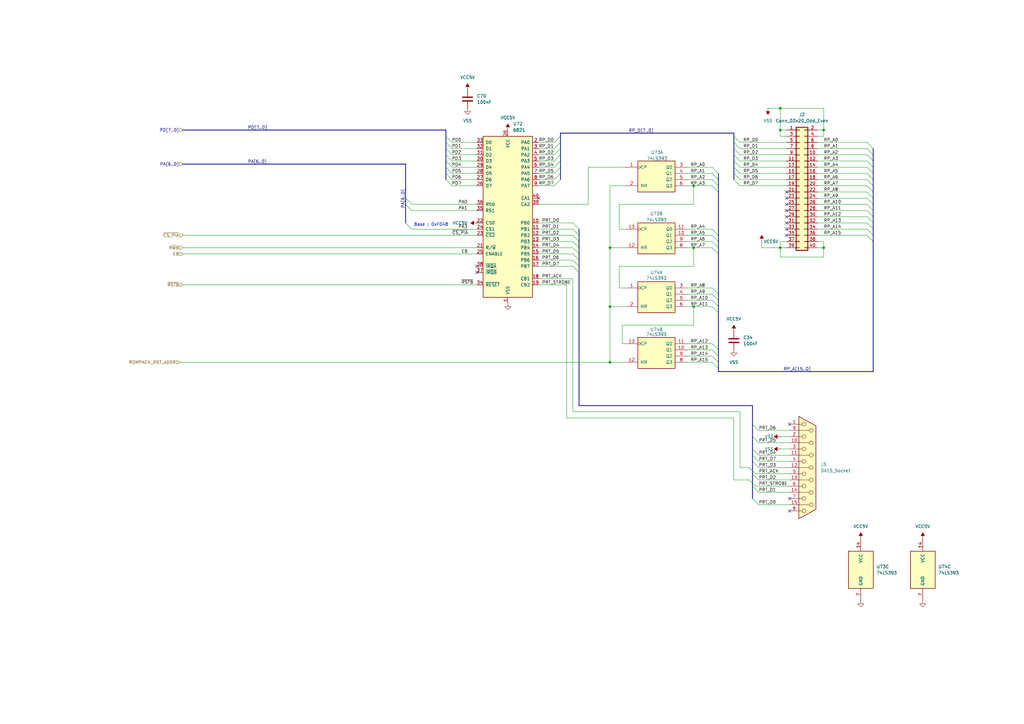
<source format=kicad_sch>
(kicad_sch (version 20250114) (generator "eeschema") (generator_version "9.0")
  (paper "A3")
  (title_block (title "Apollo 7 Squale - ROMPack and Printer ports") (rev "0.1") (comment 1 "http://hxc2001.free.fr/Squale/") (comment 2 "CC-BY Licence (Creative Commons Attribution)") (comment 3 "Drawn by Jean-François DEL NERO"))
  (lib_symbols
    (symbol "74xx:74LS393" (pin_names (offset 1.016))
      (property "Reference" "U" (at -7.62 8.89 0))
      (property "Value" "74LS393" (at -7.62 -8.89 0))
      (symbol "74LS393_1_0"
        (pin input clock (at -12.7 2.54 0) (length 5.08) (name "CP") (number "1"))
        (pin input line (at -12.7 -5.08 0) (length 5.08) (name "MR") (number "2"))
        (pin output line (at 12.7 2.54 180) (length 5.08) (name "Q0") (number "3"))
        (pin output line (at 12.7 0 180) (length 5.08) (name "Q1") (number "4"))
        (pin output line (at 12.7 -2.54 180) (length 5.08) (name "Q2") (number "5"))
        (pin output line (at 12.7 -5.08 180) (length 5.08) (name "Q3") (number "6"))
      )
      (symbol "74LS393_1_1"
        (rectangle (start -7.62 5.08) (end 7.62 -7.62) (stroke (width 0.254)) (fill (type background)))
      )
      (symbol "74LS393_2_0"
        (pin input clock (at -12.7 2.54 0) (length 5.08) (name "CP") (number "13"))
        (pin input line (at -12.7 -5.08 0) (length 5.08) (name "MR") (number "12"))
        (pin output line (at 12.7 2.54 180) (length 5.08) (name "Q0") (number "11"))
        (pin output line (at 12.7 0 180) (length 5.08) (name "Q1") (number "10"))
        (pin output line (at 12.7 -2.54 180) (length 5.08) (name "Q2") (number "9"))
        (pin output line (at 12.7 -5.08 180) (length 5.08) (name "Q3") (number "8"))
      )
      (symbol "74LS393_2_1"
        (rectangle (start -7.62 5.08) (end 7.62 -7.62) (stroke (width 0.254)) (fill (type background)))
      )
      (symbol "74LS393_3_0"
        (pin power_in line (at 0 12.7 270) (length 5.08) (name "VCC") (number "14"))
        (pin power_in line (at 0 -12.7 90) (length 5.08) (name "GND") (number "7"))
      )
      (symbol "74LS393_3_1"
        (rectangle (start -5.08 7.62) (end 5.08 -7.62) (stroke (width 0.254)) (fill (type background)))
      )
    )
    (symbol "Connector:DA15_Socket" (pin_names (offset 1.016) (hide yes))
      (property "Reference" "J" (at 0.508 21.59 0))
      (property "Value" "DA15_Socket" (at 0 -22.225 0))
      (symbol "DA15_Socket_0_1"
        (polyline (pts (xy -3.81 20.955) (xy 3.175 17.145) (xy 3.175 -17.145) (xy -3.81 -20.955) (xy -3.81 20.955)) (stroke (width 0.254)) (fill (type background)))
        (polyline (pts (xy -3.81 17.78) (xy -2.54 17.78)))
        (polyline (pts (xy -3.81 15.24) (xy 0.508 15.24)))
        (polyline (pts (xy -3.81 12.7) (xy -2.54 12.7)))
        (polyline (pts (xy -3.81 10.16) (xy 0.508 10.16)))
        (polyline (pts (xy -3.81 7.62) (xy -2.54 7.62)))
        (polyline (pts (xy -3.81 5.08) (xy 0.508 5.08)))
        (polyline (pts (xy -3.81 2.54) (xy -2.54 2.54)))
        (polyline (pts (xy -3.81 0) (xy 0.508 0)))
        (polyline (pts (xy -3.81 -2.54) (xy -2.54 -2.54)))
        (polyline (pts (xy -3.81 -5.08) (xy 0.508 -5.08)))
        (polyline (pts (xy -3.81 -7.62) (xy -2.54 -7.62)))
        (polyline (pts (xy -3.81 -10.16) (xy 0.508 -10.16)))
        (polyline (pts (xy -3.81 -12.7) (xy -2.54 -12.7)))
        (polyline (pts (xy -3.81 -15.24) (xy 0.508 -15.24)))
        (polyline (pts (xy -3.81 -17.78) (xy -2.54 -17.78)))
        (circle (center -1.778 17.78) (radius 0.762))
        (circle (center -1.778 12.7) (radius 0.762))
        (circle (center -1.778 7.62) (radius 0.762))
        (circle (center -1.778 2.54) (radius 0.762))
        (circle (center -1.778 -2.54) (radius 0.762))
        (circle (center -1.778 -7.62) (radius 0.762))
        (circle (center -1.778 -12.7) (radius 0.762))
        (circle (center -1.778 -17.78) (radius 0.762))
        (circle (center 1.27 15.24) (radius 0.762))
        (circle (center 1.27 10.16) (radius 0.762))
        (circle (center 1.27 5.08) (radius 0.762))
        (circle (center 1.27 0) (radius 0.762))
        (circle (center 1.27 -5.08) (radius 0.762))
        (circle (center 1.27 -10.16) (radius 0.762))
        (circle (center 1.27 -15.24) (radius 0.762))
      )
      (symbol "DA15_Socket_1_1"
        (pin passive line (at -7.62 17.78 0) (length 3.81) (name "1") (number "1"))
        (pin passive line (at -7.62 15.24 0) (length 3.81) (name "P9") (number "9"))
        (pin passive line (at -7.62 12.7 0) (length 3.81) (name "2") (number "2"))
        (pin passive line (at -7.62 10.16 0) (length 3.81) (name "P10") (number "10"))
        (pin passive line (at -7.62 7.62 0) (length 3.81) (name "3") (number "3"))
        (pin passive line (at -7.62 5.08 0) (length 3.81) (name "P111") (number "11"))
        (pin passive line (at -7.62 2.54 0) (length 3.81) (name "4") (number "4"))
        (pin passive line (at -7.62 0 0) (length 3.81) (name "P12") (number "12"))
        (pin passive line (at -7.62 -2.54 0) (length 3.81) (name "5") (number "5"))
        (pin passive line (at -7.62 -5.08 0) (length 3.81) (name "P13") (number "13"))
        (pin passive line (at -7.62 -7.62 0) (length 3.81) (name "6") (number "6"))
        (pin passive line (at -7.62 -10.16 0) (length 3.81) (name "P14") (number "14"))
        (pin passive line (at -7.62 -12.7 0) (length 3.81) (name "7") (number "7"))
        (pin passive line (at -7.62 -15.24 0) (length 3.81) (name "P15") (number "15"))
        (pin passive line (at -7.62 -17.78 0) (length 3.81) (name "8") (number "8"))
      )
    )
    (symbol "Connector_Generic_Shielded:Conn_02x20_Odd_Even_Shielded" (pin_names (offset 1.016) (hide yes))
      (property "Reference" "J2" (at 1.27 29.21 0))
      (property "Value" "Conn_02x20_Odd_Even" (at 1.27 26.67 0))
      (symbol "Conn_02x20_Odd_Even_Shielded_1_1"
        (rectangle (start -1.27 24.13) (end 3.81 -26.67) (stroke (width 0.1524)))
        (rectangle (start -1.016 23.876) (end 3.556 -26.416) (stroke (width 0.254)) (fill (type background)))
        (rectangle (start -1.016 22.987) (end 0.254 22.733) (stroke (width 0.1524)))
        (rectangle (start -1.016 20.447) (end 0.254 20.193) (stroke (width 0.1524)))
        (rectangle (start -1.016 17.907) (end 0.254 17.653) (stroke (width 0.1524)))
        (rectangle (start -1.016 15.367) (end 0.254 15.113) (stroke (width 0.1524)))
        (rectangle (start -1.016 12.827) (end 0.254 12.573) (stroke (width 0.1524)))
        (rectangle (start -1.016 10.287) (end 0.254 10.033) (stroke (width 0.1524)))
        (rectangle (start -1.016 7.747) (end 0.254 7.493) (stroke (width 0.1524)))
        (rectangle (start -1.016 5.207) (end 0.254 4.953) (stroke (width 0.1524)))
        (rectangle (start -1.016 2.667) (end 0.254 2.413) (stroke (width 0.1524)))
        (rectangle (start -1.016 0.127) (end 0.254 -0.127) (stroke (width 0.1524)))
        (rectangle (start -1.016 -2.413) (end 0.254 -2.667) (stroke (width 0.1524)))
        (rectangle (start -1.016 -4.953) (end 0.254 -5.207) (stroke (width 0.1524)))
        (rectangle (start -1.016 -7.493) (end 0.254 -7.747) (stroke (width 0.1524)))
        (rectangle (start -1.016 -10.033) (end 0.254 -10.287) (stroke (width 0.1524)))
        (rectangle (start -1.016 -12.573) (end 0.254 -12.827) (stroke (width 0.1524)))
        (rectangle (start -1.016 -15.113) (end 0.254 -15.367) (stroke (width 0.1524)))
        (rectangle (start -1.016 -17.653) (end 0.254 -17.907) (stroke (width 0.1524)))
        (rectangle (start -1.016 -20.193) (end 0.254 -20.447) (stroke (width 0.1524)))
        (rectangle (start -1.016 -22.733) (end 0.254 -22.987) (stroke (width 0.1524)))
        (rectangle (start -1.016 -25.273) (end 0.254 -25.527) (stroke (width 0.1524)))
        (rectangle (start 3.556 22.987) (end 2.286 22.733) (stroke (width 0.1524)))
        (rectangle (start 3.556 20.447) (end 2.286 20.193) (stroke (width 0.1524)))
        (rectangle (start 3.556 17.907) (end 2.286 17.653) (stroke (width 0.1524)))
        (rectangle (start 3.556 15.367) (end 2.286 15.113) (stroke (width 0.1524)))
        (rectangle (start 3.556 12.827) (end 2.286 12.573) (stroke (width 0.1524)))
        (rectangle (start 3.556 10.287) (end 2.286 10.033) (stroke (width 0.1524)))
        (rectangle (start 3.556 7.747) (end 2.286 7.493) (stroke (width 0.1524)))
        (rectangle (start 3.556 5.207) (end 2.286 4.953) (stroke (width 0.1524)))
        (rectangle (start 3.556 2.667) (end 2.286 2.413) (stroke (width 0.1524)))
        (rectangle (start 3.556 0.127) (end 2.286 -0.127) (stroke (width 0.1524)))
        (rectangle (start 3.556 -2.413) (end 2.286 -2.667) (stroke (width 0.1524)))
        (rectangle (start 3.556 -4.953) (end 2.286 -5.207) (stroke (width 0.1524)))
        (rectangle (start 3.556 -7.493) (end 2.286 -7.747) (stroke (width 0.1524)))
        (rectangle (start 3.556 -10.033) (end 2.286 -10.287) (stroke (width 0.1524)))
        (rectangle (start 3.556 -12.573) (end 2.286 -12.827) (stroke (width 0.1524)))
        (rectangle (start 3.556 -15.113) (end 2.286 -15.367) (stroke (width 0.1524)))
        (rectangle (start 3.556 -17.653) (end 2.286 -17.907) (stroke (width 0.1524)))
        (rectangle (start 3.556 -20.193) (end 2.286 -20.447) (stroke (width 0.1524)))
        (rectangle (start 3.556 -22.733) (end 2.286 -22.987) (stroke (width 0.1524)))
        (rectangle (start 3.556 -25.273) (end 2.286 -25.527) (stroke (width 0.1524)))
        (pin passive line (at -5.08 22.86 0) (length 4.064) (name "Pin_1") (number "1"))
        (pin passive line (at -5.08 20.32 0) (length 4.064) (name "Pin_3") (number "3"))
        (pin passive line (at -5.08 17.78 0) (length 4.064) (name "Pin_5") (number "5"))
        (pin passive line (at -5.08 15.24 0) (length 4.064) (name "Pin_7") (number "7"))
        (pin passive line (at -5.08 12.7 0) (length 4.064) (name "Pin_9") (number "9"))
        (pin passive line (at -5.08 10.16 0) (length 4.064) (name "Pin_11") (number "11"))
        (pin passive line (at -5.08 7.62 0) (length 4.064) (name "Pin_13") (number "13"))
        (pin passive line (at -5.08 5.08 0) (length 4.064) (name "Pin_15") (number "15"))
        (pin passive line (at -5.08 2.54 0) (length 4.064) (name "Pin_17") (number "17"))
        (pin passive line (at -5.08 0 0) (length 4.064) (name "Pin_19") (number "19"))
        (pin passive line (at -5.08 -2.54 0) (length 4.064) (name "Pin_21") (number "21"))
        (pin passive line (at -5.08 -5.08 0) (length 4.064) (name "Pin_23") (number "23"))
        (pin passive line (at -5.08 -7.62 0) (length 4.064) (name "Pin_25") (number "25"))
        (pin passive line (at -5.08 -10.16 0) (length 4.064) (name "Pin_27") (number "27"))
        (pin passive line (at -5.08 -12.7 0) (length 4.064) (name "Pin_29") (number "29"))
        (pin passive line (at -5.08 -15.24 0) (length 4.064) (name "Pin_31") (number "31"))
        (pin passive line (at -5.08 -17.78 0) (length 4.064) (name "Pin_33") (number "33"))
        (pin passive line (at -5.08 -20.32 0) (length 4.064) (name "Pin_35") (number "35"))
        (pin passive line (at -5.08 -22.86 0) (length 4.064) (name "Pin_37") (number "37"))
        (pin passive line (at -5.08 -25.4 0) (length 4.064) (name "Pin_39") (number "39"))
        (pin passive line (at 7.62 22.86 180) (length 4.064) (name "Pin_2") (number "2"))
        (pin passive line (at 7.62 20.32 180) (length 4.064) (name "Pin_4") (number "4"))
        (pin passive line (at 7.62 17.78 180) (length 4.064) (name "Pin_6") (number "6"))
        (pin passive line (at 7.62 15.24 180) (length 4.064) (name "Pin_8") (number "8"))
        (pin passive line (at 7.62 12.7 180) (length 4.064) (name "Pin_10") (number "10"))
        (pin passive line (at 7.62 10.16 180) (length 4.064) (name "Pin_12") (number "12"))
        (pin passive line (at 7.62 7.62 180) (length 4.064) (name "Pin_14") (number "14"))
        (pin passive line (at 7.62 5.08 180) (length 4.064) (name "Pin_16") (number "16"))
        (pin passive line (at 7.62 2.54 180) (length 4.064) (name "Pin_18") (number "18"))
        (pin passive line (at 7.62 0 180) (length 4.064) (name "Pin_20") (number "20"))
        (pin passive line (at 7.62 -2.54 180) (length 4.064) (name "Pin_22") (number "22"))
        (pin passive line (at 7.62 -5.08 180) (length 4.064) (name "Pin_24") (number "24"))
        (pin passive line (at 7.62 -7.62 180) (length 4.064) (name "Pin_26") (number "26"))
        (pin passive line (at 7.62 -10.16 180) (length 4.064) (name "Pin_28") (number "28"))
        (pin passive line (at 7.62 -12.7 180) (length 4.064) (name "Pin_30") (number "30"))
        (pin passive line (at 7.62 -15.24 180) (length 4.064) (name "Pin_32") (number "32"))
        (pin passive line (at 7.62 -17.78 180) (length 4.064) (name "Pin_34") (number "34"))
        (pin passive line (at 7.62 -20.32 180) (length 4.064) (name "Pin_36") (number "36"))
        (pin passive line (at 7.62 -22.86 180) (length 4.064) (name "Pin_38") (number "38"))
        (pin passive line (at 7.62 -25.4 180) (length 4.064) (name "Pin_40") (number "40"))
      )
    )
    (symbol "Device:C" (pin_numbers (hide yes)) (pin_names (offset 0.254))
      (property "Reference" "C" (at 0.635 2.54 0))
      (property "Value" "C" (at 0.635 -2.54 0))
      (symbol "C_0_1"
        (polyline (pts (xy -2.032 0.762) (xy 2.032 0.762)) (stroke (width 0.508)))
        (polyline (pts (xy -2.032 -0.762) (xy 2.032 -0.762)) (stroke (width 0.508)))
      )
      (symbol "C_1_1"
        (pin passive line (at 0 3.81 270) (length 2.794) (name "~") (number "1"))
        (pin passive line (at 0 -3.81 90) (length 2.794) (name "~") (number "2"))
      )
    )
    (symbol "Interface:6821" (pin_names (offset 1.016))
      (property "Reference" "U" (at -7.62 34.29 0))
      (property "Value" "6821" (at 10.16 34.29 0))
      (symbol "6821_0_1"
        (rectangle (start -10.16 -33.02) (end 10.16 33.02) (stroke (width 0.254)) (fill (type background)))
      )
      (symbol "6821_1_1"
        (pin bidirectional line (at -12.7 30.48 0) (length 2.54) (name "D0") (number "33"))
        (pin bidirectional line (at -12.7 27.94 0) (length 2.54) (name "D1") (number "32"))
        (pin bidirectional line (at -12.7 25.4 0) (length 2.54) (name "D2") (number "31"))
        (pin bidirectional line (at -12.7 22.86 0) (length 2.54) (name "D3") (number "30"))
        (pin bidirectional line (at -12.7 20.32 0) (length 2.54) (name "D4") (number "29"))
        (pin bidirectional line (at -12.7 17.78 0) (length 2.54) (name "D5") (number "28"))
        (pin bidirectional line (at -12.7 15.24 0) (length 2.54) (name "D6") (number "27"))
        (pin bidirectional line (at -12.7 12.7 0) (length 2.54) (name "D7") (number "26"))
        (pin input line (at -12.7 5.08 0) (length 2.54) (name "RS0") (number "36"))
        (pin input line (at -12.7 2.54 0) (length 2.54) (name "RS1") (number "35"))
        (pin input line (at -12.7 -2.54 0) (length 2.54) (name "CS0") (number "22"))
        (pin input line (at -12.7 -5.08 0) (length 2.54) (name "CS1") (number "24"))
        (pin input line (at -12.7 -7.62 0) (length 2.54) (name "~{CS2}") (number "23"))
        (pin input line (at -12.7 -12.7 0) (length 2.54) (name "R/~{W}") (number "21"))
        (pin input line (at -12.7 -15.24 0) (length 2.54) (name "ENABLE") (number "25"))
        (pin open_collector line (at -12.7 -20.32 0) (length 2.54) (name "~{IRQA}") (number "38"))
        (pin open_collector line (at -12.7 -22.86 0) (length 2.54) (name "~{IRQB}") (number "37"))
        (pin input line (at -12.7 -27.94 0) (length 2.54) (name "~{RESET}") (number "34"))
        (pin power_in line (at 0 35.56 270) (length 2.54) (name "VCC") (number "20"))
        (pin power_in line (at 0 -35.56 90) (length 2.54) (name "VSS") (number "1"))
        (pin bidirectional line (at 12.7 30.48 180) (length 2.54) (name "PA0") (number "2"))
        (pin bidirectional line (at 12.7 27.94 180) (length 2.54) (name "PA1") (number "3"))
        (pin bidirectional line (at 12.7 25.4 180) (length 2.54) (name "PA2") (number "4"))
        (pin bidirectional line (at 12.7 22.86 180) (length 2.54) (name "PA3") (number "5"))
        (pin bidirectional line (at 12.7 20.32 180) (length 2.54) (name "PA4") (number "6"))
        (pin bidirectional line (at 12.7 17.78 180) (length 2.54) (name "PA5") (number "7"))
        (pin bidirectional line (at 12.7 15.24 180) (length 2.54) (name "PA6") (number "8"))
        (pin bidirectional line (at 12.7 12.7 180) (length 2.54) (name "PA7") (number "9"))
        (pin input line (at 12.7 7.62 180) (length 2.54) (name "CA1") (number "40"))
        (pin bidirectional line (at 12.7 5.08 180) (length 2.54) (name "CA2") (number "39"))
        (pin bidirectional line (at 12.7 -2.54 180) (length 2.54) (name "PB0") (number "10"))
        (pin bidirectional line (at 12.7 -5.08 180) (length 2.54) (name "PB1") (number "11"))
        (pin bidirectional line (at 12.7 -7.62 180) (length 2.54) (name "PB2") (number "12"))
        (pin bidirectional line (at 12.7 -10.16 180) (length 2.54) (name "PB3") (number "13"))
        (pin bidirectional line (at 12.7 -12.7 180) (length 2.54) (name "PB4") (number "14"))
        (pin bidirectional line (at 12.7 -15.24 180) (length 2.54) (name "PB5") (number "15"))
        (pin bidirectional line (at 12.7 -17.78 180) (length 2.54) (name "PB6") (number "16"))
        (pin bidirectional line (at 12.7 -20.32 180) (length 2.54) (name "PB7") (number "17"))
        (pin input line (at 12.7 -25.4 180) (length 2.54) (name "CB1") (number "18"))
        (pin bidirectional line (at 12.7 -27.94 180) (length 2.54) (name "CB2") (number "19"))
      )
    )
    (symbol "power:GND" (power) (pin_numbers (hide yes)) (pin_names (offset 0) (hide yes))
      (property "Value" "GND" (at 0 -3.81 0))
      (symbol "GND_0_1"
        (polyline (pts (xy 0 0) (xy 0 -1.27) (xy 1.27 -1.27) (xy 0 -2.54) (xy -1.27 -1.27) (xy 0 -1.27)))
      )
      (symbol "GND_1_1"
        (pin power_in line (at 0 0 270) (length 0) (name "~") (number "1"))
      )
    )
    (symbol "power:VSS" (power) (pin_numbers (hide yes)) (pin_names (offset 0) (hide yes))
      (property "Value" "VSS" (at 0 3.556 0))
      (symbol "VSS_0_1"
        (polyline (pts (xy 0 0) (xy 0 2.54)))
        (polyline (pts (xy 0.762 1.27) (xy -0.762 1.27) (xy 0 2.54) (xy 0.762 1.27)) (fill (type outline)))
      )
      (symbol "VSS_1_1"
        (pin power_in line (at 0 0 90) (length 0) (name "~") (number "1"))
      )
    )
  )
  (text "Base : 0xF048\n" (at 176.784 92.202 0) (effects (font (size 1.27 1.27))))
  (junction (at 320.04 53.34))
  (junction (at 250.19 125.73))
  (junction (at 284.48 125.73))
  (junction (at 284.48 76.2))
  (junction (at 320.04 101.6))
  (junction (at 337.82 53.34))
  (junction (at 320.04 44.45))
  (junction (at 250.19 148.59))
  (junction (at 337.82 101.6))
  (junction (at 250.19 101.6))
  (junction (at 284.48 101.6))
  (no_connect (at 220.98 81.28))
  (no_connect (at 322.58 96.52))
  (no_connect (at 195.58 111.76))
  (no_connect (at 322.58 93.98))
  (no_connect (at 323.85 173.99))
  (no_connect (at 323.85 209.55))
  (no_connect (at 322.58 83.82))
  (no_connect (at 322.58 88.9))
  (no_connect (at 323.85 204.47))
  (no_connect (at 322.58 86.36))
  (no_connect (at 322.58 81.28))
  (no_connect (at 322.58 78.74))
  (no_connect (at 195.58 109.22))
  (no_connect (at 322.58 91.44))
  (bus_entry (at 355.6 91.44) (size 2.54 2.54))
  (bus_entry (at 234.95 106.68) (size 2.54 2.54))
  (bus_entry (at 234.95 93.98) (size 2.54 2.54))
  (bus_entry (at 185.42 68.58) (size -2.54 -2.54))
  (bus_entry (at 292.1 146.05) (size 2.54 2.54))
  (bus_entry (at 355.6 83.82) (size 2.54 2.54))
  (bus_entry (at 300.99 73.66) (size 2.54 2.54))
  (bus_entry (at 355.6 81.28) (size 2.54 2.54))
  (bus_entry (at 355.6 66.04) (size 2.54 2.54))
  (bus_entry (at 185.42 58.42) (size -2.54 -2.54))
  (bus_entry (at 300.99 66.04) (size 2.54 2.54))
  (bus_entry (at 355.6 76.2) (size 2.54 2.54))
  (bus_entry (at 292.1 125.73) (size 2.54 2.54))
  (bus_entry (at 355.6 93.98) (size 2.54 2.54))
  (bus_entry (at 292.1 68.58) (size 2.54 2.54))
  (bus_entry (at 234.95 91.44) (size 2.54 2.54))
  (bus_entry (at 292.1 143.51) (size 2.54 2.54))
  (bus_entry (at 308.61 186.69) (size 2.54 2.54))
  (bus_entry (at 355.6 96.52) (size 2.54 2.54))
  (bus_entry (at 234.95 99.06) (size 2.54 2.54))
  (bus_entry (at 234.95 101.6) (size 2.54 2.54))
  (bus_entry (at 185.42 71.12) (size -2.54 -2.54))
  (bus_entry (at 308.61 173.99) (size 2.54 2.54))
  (bus_entry (at 292.1 123.19) (size 2.54 2.54))
  (bus_entry (at 292.1 101.6) (size 2.54 2.54))
  (bus_entry (at 292.1 140.97) (size 2.54 2.54))
  (bus_entry (at 166.37 83.82) (size 2.54 2.54))
  (bus_entry (at 355.6 88.9) (size 2.54 2.54))
  (bus_entry (at 227.33 68.58) (size 2.54 -2.54))
  (bus_entry (at 185.42 60.96) (size -2.54 -2.54))
  (bus_entry (at 292.1 93.98) (size 2.54 2.54))
  (bus_entry (at 185.42 76.2) (size -2.54 -2.54))
  (bus_entry (at 307.34 191.77) (size 2.54 2.54))
  (bus_entry (at 292.1 96.52) (size 2.54 2.54))
  (bus_entry (at 234.95 104.14) (size 2.54 2.54))
  (bus_entry (at 300.99 58.42) (size 2.54 2.54))
  (bus_entry (at 227.33 71.12) (size 2.54 -2.54))
  (bus_entry (at 307.34 196.85) (size 2.54 2.54))
  (bus_entry (at 300.99 68.58) (size 2.54 2.54))
  (bus_entry (at 300.99 71.12) (size 2.54 2.54))
  (bus_entry (at 185.42 66.04) (size -2.54 -2.54))
  (bus_entry (at 355.6 58.42) (size 2.54 2.54))
  (bus_entry (at 227.33 66.04) (size 2.54 -2.54))
  (bus_entry (at 355.6 68.58) (size 2.54 2.54))
  (bus_entry (at 308.61 184.15) (size 2.54 2.54))
  (bus_entry (at 355.6 86.36) (size 2.54 2.54))
  (bus_entry (at 292.1 148.59) (size 2.54 2.54))
  (bus_entry (at 292.1 73.66) (size 2.54 2.54))
  (bus_entry (at 227.33 60.96) (size 2.54 -2.54))
  (bus_entry (at 227.33 58.42) (size 2.54 -2.54))
  (bus_entry (at 308.61 189.23) (size 2.54 2.54))
  (bus_entry (at 227.33 73.66) (size 2.54 -2.54))
  (bus_entry (at 234.95 96.52) (size 2.54 2.54))
  (bus_entry (at 292.1 99.06) (size 2.54 2.54))
  (bus_entry (at 185.42 63.5) (size -2.54 -2.54))
  (bus_entry (at 300.99 60.96) (size 2.54 2.54))
  (bus_entry (at 292.1 118.11) (size 2.54 2.54))
  (bus_entry (at 292.1 71.12) (size 2.54 2.54))
  (bus_entry (at 292.1 76.2) (size 2.54 2.54))
  (bus_entry (at 227.33 76.2) (size 2.54 -2.54))
  (bus_entry (at 308.61 199.39) (size 2.54 2.54))
  (bus_entry (at 292.1 120.65) (size 2.54 2.54))
  (bus_entry (at 300.99 55.88) (size 2.54 2.54))
  (bus_entry (at 308.61 194.31) (size 2.54 2.54))
  (bus_entry (at 166.37 81.28) (size 2.54 2.54))
  (bus_entry (at 300.99 63.5) (size 2.54 2.54))
  (bus_entry (at 308.61 204.47) (size 2.54 2.54))
  (bus_entry (at 355.6 78.74) (size 2.54 2.54))
  (bus_entry (at 185.42 73.66) (size -2.54 -2.54))
  (bus_entry (at 308.61 179.07) (size 2.54 2.54))
  (bus_entry (at 355.6 73.66) (size 2.54 2.54))
  (bus_entry (at 355.6 71.12) (size 2.54 2.54))
  (bus_entry (at 355.6 63.5) (size 2.54 2.54))
  (bus_entry (at 234.95 109.22) (size 2.54 2.54))
  (bus_entry (at 166.37 91.44) (size 2.54 2.54))
  (bus_entry (at 227.33 63.5) (size 2.54 -2.54))
  (bus_entry (at 355.6 60.96) (size 2.54 2.54))
  (bus (pts (xy 300.99 55.88) (xy 300.99 58.42)))
  (wire (pts (xy 255.27 140.97) (xy 256.54 140.97)))
  (bus (pts (xy 237.49 101.6) (xy 237.49 104.14)))
  (wire (pts (xy 335.28 96.52) (xy 355.6 96.52)))
  (bus (pts (xy 300.99 63.5) (xy 300.99 66.04)))
  (wire (pts (xy 335.28 81.28) (xy 355.6 81.28)))
  (bus (pts (xy 74.93 53.34) (xy 182.88 53.34)))
  (bus (pts (xy 166.37 91.44) (xy 166.37 83.82)))
  (wire (pts (xy 303.53 73.66) (xy 322.58 73.66)))
  (bus (pts (xy 237.49 106.68) (xy 237.49 109.22)))
  (bus (pts (xy 294.64 104.14) (xy 294.64 120.65)))
  (wire (pts (xy 234.95 114.3) (xy 234.95 168.91)))
  (wire (pts (xy 303.53 191.77) (xy 307.34 191.77)))
  (wire (pts (xy 220.98 91.44) (xy 234.95 91.44)))
  (wire (pts (xy 281.94 73.66) (xy 292.1 73.66)))
  (bus (pts (xy 358.14 99.06) (xy 358.14 96.52)))
  (wire (pts (xy 320.04 99.06) (xy 320.04 101.6)))
  (wire (pts (xy 220.98 58.42) (xy 227.33 58.42)))
  (wire (pts (xy 281.94 146.05) (xy 292.1 146.05)))
  (bus (pts (xy 308.61 184.15) (xy 308.61 186.69)))
  (wire (pts (xy 312.42 101.6) (xy 312.42 99.06)))
  (wire (pts (xy 322.58 99.06) (xy 320.04 99.06)))
  (wire (pts (xy 255.27 133.35) (xy 255.27 140.97)))
  (wire (pts (xy 185.42 60.96) (xy 195.58 60.96)))
  (wire (pts (xy 281.94 71.12) (xy 292.1 71.12)))
  (wire (pts (xy 220.98 114.3) (xy 234.95 114.3)))
  (wire (pts (xy 284.48 125.73) (xy 284.48 133.35)))
  (wire (pts (xy 323.85 184.15) (xy 320.04 184.15)))
  (wire (pts (xy 284.48 133.35) (xy 255.27 133.35)))
  (wire (pts (xy 337.82 55.88) (xy 337.82 53.34)))
  (bus (pts (xy 358.14 71.12) (xy 358.14 68.58)))
  (wire (pts (xy 281.94 123.19) (xy 292.1 123.19)))
  (wire (pts (xy 335.28 63.5) (xy 355.6 63.5)))
  (wire (pts (xy 281.94 143.51) (xy 292.1 143.51)))
  (wire (pts (xy 74.93 104.14) (xy 195.58 104.14)))
  (bus (pts (xy 358.14 68.58) (xy 358.14 66.04)))
  (wire (pts (xy 281.94 120.65) (xy 292.1 120.65)))
  (wire (pts (xy 337.82 53.34) (xy 335.28 53.34)))
  (wire (pts (xy 281.94 140.97) (xy 292.1 140.97)))
  (wire (pts (xy 335.28 68.58) (xy 355.6 68.58)))
  (wire (pts (xy 220.98 101.6) (xy 234.95 101.6)))
  (wire (pts (xy 195.58 58.42) (xy 185.42 58.42)))
  (wire (pts (xy 74.93 101.6) (xy 195.58 101.6)))
  (wire (pts (xy 220.98 73.66) (xy 227.33 73.66)))
  (wire (pts (xy 281.94 101.6) (xy 284.48 101.6)))
  (wire (pts (xy 220.98 63.5) (xy 227.33 63.5)))
  (bus (pts (xy 294.64 148.59) (xy 294.64 151.13)))
  (bus (pts (xy 358.14 86.36) (xy 358.14 83.82)))
  (wire (pts (xy 323.85 179.07) (xy 320.04 179.07)))
  (wire (pts (xy 322.58 55.88) (xy 320.04 55.88)))
  (bus (pts (xy 358.14 96.52) (xy 358.14 93.98)))
  (wire (pts (xy 256.54 76.2) (xy 250.19 76.2)))
  (bus (pts (xy 229.87 71.12) (xy 229.87 68.58)))
  (wire (pts (xy 195.58 66.04) (xy 185.42 66.04)))
  (wire (pts (xy 220.98 116.84) (xy 232.41 116.84)))
  (bus (pts (xy 294.64 143.51) (xy 294.64 146.05)))
  (bus (pts (xy 308.61 173.99) (xy 308.61 179.07)))
  (wire (pts (xy 250.19 101.6) (xy 250.19 125.73)))
  (wire (pts (xy 281.94 125.73) (xy 284.48 125.73)))
  (wire (pts (xy 234.95 168.91) (xy 303.53 168.91)))
  (bus (pts (xy 294.64 101.6) (xy 294.64 104.14)))
  (bus (pts (xy 237.49 166.37) (xy 308.61 166.37)))
  (wire (pts (xy 284.48 125.73) (xy 292.1 125.73)))
  (bus (pts (xy 229.87 63.5) (xy 229.87 60.96)))
  (wire (pts (xy 303.53 58.42) (xy 322.58 58.42)))
  (bus (pts (xy 294.64 120.65) (xy 294.64 123.19)))
  (bus (pts (xy 229.87 68.58) (xy 229.87 66.04)))
  (bus (pts (xy 294.64 123.19) (xy 294.64 125.73)))
  (bus (pts (xy 182.88 58.42) (xy 182.88 55.88)))
  (bus (pts (xy 182.88 66.04) (xy 182.88 63.5)))
  (wire (pts (xy 337.82 44.45) (xy 337.82 53.34)))
  (bus (pts (xy 229.87 55.88) (xy 229.87 54.61)))
  (bus (pts (xy 308.61 199.39) (xy 308.61 204.47)))
  (bus (pts (xy 294.64 71.12) (xy 294.64 73.66)))
  (bus (pts (xy 294.64 78.74) (xy 294.64 96.52)))
  (wire (pts (xy 311.15 189.23) (xy 323.85 189.23)))
  (wire (pts (xy 335.28 83.82) (xy 355.6 83.82)))
  (wire (pts (xy 254 118.11) (xy 256.54 118.11)))
  (wire (pts (xy 168.91 83.82) (xy 195.58 83.82)))
  (wire (pts (xy 281.94 96.52) (xy 292.1 96.52)))
  (wire (pts (xy 281.94 148.59) (xy 292.1 148.59)))
  (bus (pts (xy 294.64 99.06) (xy 294.64 101.6)))
  (wire (pts (xy 309.88 199.39) (xy 323.85 199.39)))
  (bus (pts (xy 358.14 81.28) (xy 358.14 78.74)))
  (wire (pts (xy 311.15 207.01) (xy 323.85 207.01)))
  (wire (pts (xy 337.82 101.6) (xy 337.82 99.06)))
  (bus (pts (xy 300.99 68.58) (xy 300.99 71.12)))
  (wire (pts (xy 220.98 99.06) (xy 234.95 99.06)))
  (wire (pts (xy 241.3 68.58) (xy 256.54 68.58)))
  (wire (pts (xy 220.98 76.2) (xy 227.33 76.2)))
  (bus (pts (xy 358.14 91.44) (xy 358.14 88.9)))
  (wire (pts (xy 320.04 53.34) (xy 322.58 53.34)))
  (bus (pts (xy 308.61 194.31) (xy 308.61 199.39)))
  (bus (pts (xy 308.61 189.23) (xy 308.61 194.31)))
  (wire (pts (xy 220.98 106.68) (xy 234.95 106.68)))
  (bus (pts (xy 358.14 73.66) (xy 358.14 71.12)))
  (wire (pts (xy 254 93.98) (xy 256.54 93.98)))
  (wire (pts (xy 195.58 68.58) (xy 185.42 68.58)))
  (bus (pts (xy 74.93 67.31) (xy 166.37 67.31)))
  (wire (pts (xy 220.98 60.96) (xy 227.33 60.96)))
  (wire (pts (xy 74.93 116.84) (xy 195.58 116.84)))
  (wire (pts (xy 311.15 176.53) (xy 323.85 176.53)))
  (wire (pts (xy 220.98 93.98) (xy 234.95 93.98)))
  (bus (pts (xy 300.99 58.42) (xy 300.99 60.96)))
  (bus (pts (xy 237.49 111.76) (xy 237.49 166.37)))
  (wire (pts (xy 281.94 99.06) (xy 292.1 99.06)))
  (wire (pts (xy 320.04 101.6) (xy 322.58 101.6)))
  (wire (pts (xy 311.15 196.85) (xy 323.85 196.85)))
  (bus (pts (xy 182.88 63.5) (xy 182.88 60.96)))
  (bus (pts (xy 300.99 54.61) (xy 300.99 55.88)))
  (bus (pts (xy 294.64 152.4) (xy 358.14 152.4)))
  (wire (pts (xy 335.28 58.42) (xy 355.6 58.42)))
  (wire (pts (xy 320.04 101.6) (xy 312.42 101.6)))
  (wire (pts (xy 220.98 66.04) (xy 227.33 66.04)))
  (bus (pts (xy 294.64 128.27) (xy 294.64 143.51)))
  (wire (pts (xy 320.04 55.88) (xy 320.04 53.34)))
  (bus (pts (xy 358.14 152.4) (xy 358.14 99.06)))
  (wire (pts (xy 195.58 73.66) (xy 185.42 73.66)))
  (bus (pts (xy 229.87 66.04) (xy 229.87 63.5)))
  (wire (pts (xy 284.48 76.2) (xy 292.1 76.2)))
  (bus (pts (xy 294.64 146.05) (xy 294.64 148.59)))
  (bus (pts (xy 358.14 93.98) (xy 358.14 91.44)))
  (wire (pts (xy 284.48 76.2) (xy 284.48 83.82)))
  (wire (pts (xy 250.19 148.59) (xy 256.54 148.59)))
  (bus (pts (xy 308.61 186.69) (xy 308.61 189.23)))
  (wire (pts (xy 220.98 83.82) (xy 241.3 83.82)))
  (wire (pts (xy 335.28 91.44) (xy 355.6 91.44)))
  (wire (pts (xy 303.53 60.96) (xy 322.58 60.96)))
  (wire (pts (xy 300.99 196.85) (xy 307.34 196.85)))
  (bus (pts (xy 294.64 151.13) (xy 294.64 152.4)))
  (wire (pts (xy 241.3 83.82) (xy 241.3 68.58)))
  (wire (pts (xy 309.88 194.31) (xy 323.85 194.31)))
  (wire (pts (xy 168.91 93.98) (xy 195.58 93.98)))
  (bus (pts (xy 166.37 67.31) (xy 166.37 81.28)))
  (wire (pts (xy 300.99 196.85) (xy 300.99 171.45)))
  (wire (pts (xy 232.41 171.45) (xy 232.41 116.84)))
  (bus (pts (xy 294.64 73.66) (xy 294.64 76.2)))
  (bus (pts (xy 237.49 96.52) (xy 237.49 99.06)))
  (bus (pts (xy 300.99 60.96) (xy 300.99 63.5)))
  (bus (pts (xy 237.49 93.98) (xy 237.49 96.52)))
  (bus (pts (xy 182.88 53.34) (xy 182.88 55.88)))
  (wire (pts (xy 320.04 44.45) (xy 320.04 53.34)))
  (wire (pts (xy 335.28 76.2) (xy 355.6 76.2)))
  (bus (pts (xy 358.14 66.04) (xy 358.14 63.5)))
  (bus (pts (xy 308.61 166.37) (xy 308.61 173.99)))
  (wire (pts (xy 284.48 83.82) (xy 254 83.82)))
  (wire (pts (xy 220.98 96.52) (xy 234.95 96.52)))
  (wire (pts (xy 335.28 93.98) (xy 355.6 93.98)))
  (bus (pts (xy 358.14 88.9) (xy 358.14 86.36)))
  (wire (pts (xy 303.53 168.91) (xy 303.53 191.77)))
  (wire (pts (xy 311.15 186.69) (xy 323.85 186.69)))
  (wire (pts (xy 195.58 63.5) (xy 185.42 63.5)))
  (wire (pts (xy 335.28 60.96) (xy 355.6 60.96)))
  (wire (pts (xy 284.48 76.2) (xy 281.94 76.2)))
  (wire (pts (xy 303.53 66.04) (xy 322.58 66.04)))
  (bus (pts (xy 308.61 179.07) (xy 308.61 184.15)))
  (bus (pts (xy 182.88 71.12) (xy 182.88 68.58)))
  (wire (pts (xy 335.28 73.66) (xy 355.6 73.66)))
  (wire (pts (xy 220.98 68.58) (xy 227.33 68.58)))
  (wire (pts (xy 254 83.82) (xy 254 93.98)))
  (bus (pts (xy 358.14 83.82) (xy 358.14 81.28)))
  (wire (pts (xy 320.04 44.45) (xy 337.82 44.45)))
  (wire (pts (xy 311.15 191.77) (xy 323.85 191.77)))
  (wire (pts (xy 250.19 76.2) (xy 250.19 101.6)))
  (bus (pts (xy 294.64 96.52) (xy 294.64 99.06)))
  (wire (pts (xy 281.94 68.58) (xy 292.1 68.58)))
  (wire (pts (xy 220.98 71.12) (xy 227.33 71.12)))
  (wire (pts (xy 320.04 105.41) (xy 337.82 105.41)))
  (wire (pts (xy 335.28 88.9) (xy 355.6 88.9)))
  (wire (pts (xy 250.19 125.73) (xy 256.54 125.73)))
  (wire (pts (xy 220.98 109.22) (xy 234.95 109.22)))
  (bus (pts (xy 237.49 99.06) (xy 237.49 101.6)))
  (bus (pts (xy 229.87 58.42) (xy 229.87 55.88)))
  (bus (pts (xy 300.99 71.12) (xy 300.99 73.66)))
  (bus (pts (xy 294.64 125.73) (xy 294.64 128.27)))
  (wire (pts (xy 300.99 171.45) (xy 232.41 171.45)))
  (wire (pts (xy 320.04 101.6) (xy 320.04 105.41)))
  (wire (pts (xy 335.28 99.06) (xy 337.82 99.06)))
  (wire (pts (xy 303.53 71.12) (xy 322.58 71.12)))
  (wire (pts (xy 335.28 101.6) (xy 337.82 101.6)))
  (bus (pts (xy 166.37 83.82) (xy 166.37 81.28)))
  (bus (pts (xy 182.88 60.96) (xy 182.88 58.42)))
  (wire (pts (xy 250.19 101.6) (xy 256.54 101.6)))
  (wire (pts (xy 74.93 96.52) (xy 195.58 96.52)))
  (bus (pts (xy 358.14 76.2) (xy 358.14 73.66)))
  (bus (pts (xy 229.87 73.66) (xy 229.87 71.12)))
  (wire (pts (xy 73.66 148.59) (xy 250.19 148.59)))
  (wire (pts (xy 335.28 66.04) (xy 355.6 66.04)))
  (wire (pts (xy 314.96 44.45) (xy 320.04 44.45)))
  (wire (pts (xy 303.53 76.2) (xy 322.58 76.2)))
  (wire (pts (xy 195.58 76.2) (xy 185.42 76.2)))
  (wire (pts (xy 311.15 181.61) (xy 323.85 181.61)))
  (wire (pts (xy 303.53 63.5) (xy 322.58 63.5)))
  (bus (pts (xy 237.49 109.22) (xy 237.49 111.76)))
  (bus (pts (xy 182.88 73.66) (xy 182.88 71.12)))
  (bus (pts (xy 182.88 68.58) (xy 182.88 66.04)))
  (bus (pts (xy 300.99 66.04) (xy 300.99 68.58)))
  (bus (pts (xy 237.49 104.14) (xy 237.49 106.68)))
  (wire (pts (xy 281.94 93.98) (xy 292.1 93.98)))
  (wire (pts (xy 195.58 71.12) (xy 185.42 71.12)))
  (wire (pts (xy 220.98 104.14) (xy 234.95 104.14)))
  (wire (pts (xy 254 109.22) (xy 254 118.11)))
  (wire (pts (xy 311.15 201.93) (xy 323.85 201.93)))
  (wire (pts (xy 250.19 125.73) (xy 250.19 148.59)))
  (wire (pts (xy 335.28 55.88) (xy 337.82 55.88)))
  (bus (pts (xy 229.87 54.61) (xy 300.99 54.61)))
  (bus (pts (xy 358.14 63.5) (xy 358.14 60.96)))
  (wire (pts (xy 284.48 109.22) (xy 254 109.22)))
  (bus (pts (xy 358.14 78.74) (xy 358.14 76.2)))
  (wire (pts (xy 281.94 118.11) (xy 292.1 118.11)))
  (wire (pts (xy 284.48 101.6) (xy 284.48 109.22)))
  (bus (pts (xy 294.64 76.2) (xy 294.64 78.74)))
  (wire (pts (xy 335.28 78.74) (xy 355.6 78.74)))
  (wire (pts (xy 337.82 105.41) (xy 337.82 101.6)))
  (bus (pts (xy 229.87 60.96) (xy 229.87 58.42)))
  (wire (pts (xy 335.28 86.36) (xy 355.6 86.36)))
  (wire (pts (xy 284.48 101.6) (xy 292.1 101.6)))
  (wire (pts (xy 303.53 68.58) (xy 322.58 68.58)))
  (wire (pts (xy 335.28 71.12) (xy 355.6 71.12)))
  (wire (pts (xy 168.91 86.36) (xy 195.58 86.36)))
  (label "RP_A11" (at 337.82 86.36 0))
  (label "RP_A2" (at 337.82 63.5 0))
  (label "PRT_D3" (at 222.25 99.06 0))
  (label "RP_A[15..0]" (at 321.31 152.4 0))
  (label "RP_A5" (at 337.82 71.12 0))
  (label "PRT_ACK" (at 311.15 194.31 0))
  (label "RP_A3" (at 283.21 76.2 0))
  (label "RP_A0" (at 337.82 58.42 0))
  (label "RP_A10" (at 283.21 123.19 0))
  (label "PD1" (at 189.23 60.96 180))
  (label "PD6" (at 189.23 73.66 180))
  (label "PRT_D5" (at 311.15 181.61 0))
  (label "PRT_D4" (at 311.15 186.69 0))
  (label "RP_A8" (at 337.82 78.74 0))
  (label "~{RSTB}" (at 189.23 116.84 0))
  (label "PRT_D4" (at 222.25 101.6 0))
  (label "PRT_D6" (at 311.15 176.53 0))
  (label "RP_A12" (at 283.21 140.97 0))
  (label "PRT_D5" (at 222.25 104.14 0))
  (label "RP_D4" (at 220.98 68.58 0))
  (label "RP_D7" (at 220.98 76.2 0))
  (label "PRT_D1" (at 222.25 93.98 0))
  (label "RP_A1" (at 283.21 71.12 0))
  (label "RP_A9" (at 283.21 120.65 0))
  (label "RP_A6" (at 337.82 73.66 0))
  (label "RP_A15" (at 337.82 96.52 0))
  (label "~{CS_PIA}" (at 185.42 96.52 0))
  (label "PRT_D3" (at 311.15 191.77 0))
  (label "PD3" (at 189.23 66.04 180))
  (label "RP_D3" (at 220.98 66.04 0))
  (label "PA[6..0]" (at 166.37 77.47 270))
  (label "PD4" (at 189.23 68.58 180))
  (label "RP_D2" (at 220.98 63.5 0))
  (label "PRT_D2" (at 311.15 196.85 0))
  (label "RP_D0" (at 304.8 58.42 0))
  (label "RP_D1" (at 220.98 60.96 0))
  (label "PD7" (at 189.23 76.2 180))
  (label "RP_D0" (at 220.98 58.42 0))
  (label "PA3" (at 187.96 93.98 0))
  (label "RP_D6" (at 220.98 73.66 0))
  (label "RP_A14" (at 337.82 93.98 0))
  (label "PRT_D6" (at 222.25 106.68 0))
  (label "RP_A1" (at 337.82 60.96 0))
  (label "PRT_D7" (at 311.15 189.23 0))
  (label "RP_D3" (at 304.8 66.04 0))
  (label "RP_A0" (at 283.21 68.58 0))
  (label "RP_A10" (at 337.82 83.82 0))
  (label "PRT_D2" (at 222.25 96.52 0))
  (label "RP_A9" (at 337.82 81.28 0))
  (label "PRT_D0" (at 311.15 207.01 0))
  (label "PRT_ACK" (at 222.25 114.3 0))
  (label "PA0" (at 187.96 83.82 0))
  (label "RP_D6" (at 304.8 73.66 0))
  (label "PRT_STROBE" (at 311.15 199.39 0))
  (label "RP_D2" (at 304.8 63.5 0))
  (label "PRT_D1" (at 311.15 201.93 0))
  (label "RP_D5" (at 220.98 71.12 0))
  (label "RP_D5" (at 304.8 71.12 0))
  (label "PRT_STROBE" (at 222.25 116.84 0))
  (label "PD2" (at 189.23 63.5 180))
  (label "RP_A12" (at 337.82 88.9 0))
  (label "PD0" (at 189.23 58.42 180))
  (label "PA1" (at 187.96 86.36 0))
  (label "RP_A11" (at 283.21 125.73 0))
  (label "EB" (at 189.23 104.14 0))
  (label "RP_A2" (at 283.21 73.66 0))
  (label "RP_A6" (at 283.21 99.06 0))
  (label "RP_A13" (at 337.82 91.44 0))
  (label "PD5" (at 189.23 71.12 180))
  (label "RP_D7" (at 304.8 76.2 0))
  (label "RP_A15" (at 283.21 148.59 0))
  (label "RP_A5" (at 283.21 96.52 0))
  (label "RP_A14" (at 283.21 146.05 0))
  (label "RP_A7" (at 337.82 76.2 0))
  (label "RP_A8" (at 283.21 118.11 0))
  (label "PD[7..0]" (at 101.6 53.34 0))
  (label "PRT_D7" (at 222.25 109.22 0))
  (label "RP_D1" (at 304.8 60.96 0))
  (label "RP_A3" (at 337.82 66.04 0))
  (label "PA[6..0]" (at 101.6 67.31 0))
  (label "PRT_D0" (at 222.25 91.44 0))
  (label "RP_A13" (at 283.21 143.51 0))
  (label "RP_A4" (at 337.82 68.58 0))
  (label "RP_A7" (at 283.21 101.6 0))
  (label "RP_A4" (at 283.21 93.98 0))
  (label "RP_D4" (at 304.8 68.58 0))
  (label "RP_D[7..0]" (at 257.81 54.61 0))
  (hierarchical_label "PA[6..0]" (shape input) (at 74.93 67.31 180))
  (hierarchical_label "EB" (shape input) (at 74.93 104.14 180))
  (hierarchical_label "PD[7..0]" (shape input) (at 74.93 53.34 180))
  (hierarchical_label "ROMPACK_RST_ADDR" (shape input) (at 73.66 148.59 180))
  (hierarchical_label "~{CS_PIA}" (shape input) (at 74.93 96.52 180))
  (hierarchical_label "R~{W}B" (shape input) (at 74.93 101.6 180))
  (hierarchical_label "~{RSTB}" (shape input) (at 74.93 116.84 180))
  (symbol (lib_id "power:GND") (at 353.06 246.38 0) (unit 1)
    (property "Reference" "#PWR0226" (effects (hide yes)))
    (property "Value" "VSS" (effects (hide yes)))
    (property "Description" "Power symbol creates a global label with name \"GND\" , ground" (effects (hide yes)))
  )
  (symbol (lib_id "Interface:6821") (at 208.28 88.9 0) (unit 1)
    (property "Reference" "U72" (at 210.4233 50.8 0) (effects (justify left)))
    (property "Value" "6821" (at 210.4233 53.34 0) (effects (justify left)))
    (property "Footprint" "Package_DIP:DIP-40_W15.24mm_Socket" (effects (hide yes)))
    (property "Datasheet" "http://pdf.datasheetcatalog.com/datasheet/motorola/6821.pdf" (effects (hide yes)))
    (property "Description" "Peripheral Interface Adapter 1MHz, DIP-40" (effects (hide yes)))
  )
  (symbol (lib_id "power:VSS") (at 353.06 220.98 0) (unit 1)
    (property "Reference" "#PWR0228" (effects (hide yes)))
    (property "Value" "VCC5V" (at 353.06 215.9 0))
    (property "Description" "Power symbol creates a global label with name \"VSS\"" (effects (hide yes)))
  )
  (symbol (lib_id "power:VSS") (at 378.46 220.98 0) (unit 1)
    (property "Reference" "#PWR0229" (effects (hide yes)))
    (property "Value" "VCC5V" (at 378.46 215.9 0))
    (property "Description" "Power symbol creates a global label with name \"VSS\"" (effects (hide yes)))
  )
  (symbol (lib_id "power:VSS") (at 191.77 36.83 0) (unit 1)
    (property "Reference" "#PWR0284" (effects (hide yes)))
    (property "Value" "VCC5V" (at 191.77 31.75 0))
    (property "Description" "Power symbol creates a global label with name \"VSS\"" (effects (hide yes)))
  )
  (symbol (lib_id "power:VSS") (at 195.58 91.44 90) (unit 1)
    (property "Reference" "#PWR0222" (effects (hide yes)))
    (property "Value" "VCC5V" (at 191.77 91.4399 90) (effects (justify left)))
    (property "Description" "Power symbol creates a global label with name \"VSS\"" (effects (hide yes)))
  )
  (symbol (lib_id "power:GND") (at 191.77 44.45 0) (unit 1)
    (property "Reference" "#PWR0285" (effects (hide yes)))
    (property "Value" "VSS" (at 191.77 49.53 0))
    (property "Description" "Power symbol creates a global label with name \"GND\" , ground" (effects (hide yes)))
  )
  (symbol (lib_id "Connector:DA15_Socket") (at 331.47 191.77 0) (unit 1)
    (property "Reference" "J3" (at 336.55 190.4999 0) (effects (justify left)))
    (property "Value" "DA15_Socket" (at 336.55 193.0399 0) (effects (justify left)))
    (property "Footprint" "Connector_Dsub:DSUB-15_Pins_Horizontal_P2.77x2.84mm_EdgePinOffset9.40mm" (effects (hide yes)))
    (property "Description" "15-pin D-SUB connector, socket (female) (low-density/2 columns)" (effects (hide yes)))
  )
  (symbol (lib_id "power:VSS") (at 300.99 135.89 0) (unit 1)
    (property "Reference" "#PWR0282" (effects (hide yes)))
    (property "Value" "VCC5V" (at 300.99 130.81 0))
    (property "Description" "Power symbol creates a global label with name \"VSS\"" (effects (hide yes)))
  )
  (symbol (lib_id "74xx:74LS393") (at 269.24 96.52 0) (unit 2)
    (property "Reference" "U73" (at 269.24 87.63 0))
    (property "Value" "74LS393" (at 269.24 90.17 0))
    (property "Footprint" "Package_DIP:DIP-14_W7.62mm_Socket" (effects (hide yes)))
    (property "Datasheet" "74xx\\74LS393.pdf" (effects (hide yes)))
    (property "Description" "Dual BCD 4-bit counter" (effects (hide yes)))
  )
  (symbol (lib_id "Connector_Generic_Shielded:Conn_02x20_Odd_Even_Shielded") (at 327.66 76.2 0) (unit 1)
    (property "Reference" "J2" (at 328.93 46.99 0))
    (property "Value" "Conn_02x20_Odd_Even" (at 328.93 49.53 0))
    (property "Footprint" "Library:Ribbon_Conn" (effects (hide yes)))
    (property "Description" "Generic shielded connector, double row, 02x20, odd/even pin numbering scheme (row 1 odd numbers, row 2 even numbers), script generated (kicad-library-utils/schlib/autogen/connector/)" (effects (hide yes)))
  )
  (symbol (lib_id "power:VSS") (at 320.04 179.07 90) (unit 1)
    (property "Reference" "#PWR0224" (effects (hide yes)))
    (property "Value" "VSS" (at 315.468 179.07 90))
    (property "Description" "Power symbol creates a global label with name \"VSS\"" (effects (hide yes)))
  )
  (symbol (lib_id "74xx:74LS393") (at 269.24 143.51 0) (unit 2)
    (property "Reference" "U74" (at 269.24 135.128 0))
    (property "Value" "74LS393" (at 269.24 137.16 0))
    (property "Footprint" "Package_DIP:DIP-14_W7.62mm_Socket" (effects (hide yes)))
    (property "Datasheet" "74xx\\74LS393.pdf" (effects (hide yes)))
    (property "Description" "Dual BCD 4-bit counter" (effects (hide yes)))
  )
  (symbol (lib_id "power:GND") (at 208.28 124.46 0) (unit 1)
    (property "Reference" "#PWR0221" (effects (hide yes)))
    (property "Value" "VSS" (effects (hide yes)))
    (property "Description" "Power symbol creates a global label with name \"GND\" , ground" (effects (hide yes)))
  )
  (symbol (lib_id "74xx:74LS393") (at 378.46 233.68 0) (unit 3)
    (property "Reference" "U74" (at 384.81 232.4099 0) (effects (justify left)))
    (property "Value" "74LS393" (at 384.81 234.9499 0) (effects (justify left)))
    (property "Footprint" "Package_DIP:DIP-14_W7.62mm_Socket" (effects (hide yes)))
    (property "Datasheet" "74xx\\74LS393.pdf" (effects (hide yes)))
    (property "Description" "Dual BCD 4-bit counter" (effects (hide yes)))
  )
  (symbol (lib_id "power:GND") (at 300.99 143.51 0) (unit 1)
    (property "Reference" "#PWR0283" (effects (hide yes)))
    (property "Value" "VSS" (at 300.99 148.59 0))
    (property "Description" "Power symbol creates a global label with name \"GND\" , ground" (effects (hide yes)))
  )
  (symbol (lib_id "74xx:74LS393") (at 269.24 120.65 0) (unit 1)
    (property "Reference" "U74" (at 269.24 111.76 0))
    (property "Value" "74LS393" (at 269.24 114.046 0))
    (property "Footprint" "Package_DIP:DIP-14_W7.62mm_Socket" (effects (hide yes)))
    (property "Datasheet" "74xx\\74LS393.pdf" (effects (hide yes)))
    (property "Description" "Dual BCD 4-bit counter" (effects (hide yes)))
  )
  (symbol (lib_id "power:VSS") (at 312.42 99.06 0) (unit 1)
    (property "Reference" "#PWR0220" (effects (hide yes)))
    (property "Value" "VCC5V" (at 316.23 99.06 0))
    (property "Description" "Power symbol creates a global label with name \"VSS\"" (effects (hide yes)))
  )
  (symbol (lib_id "Device:C") (at 300.99 139.7 0) (unit 1)
    (property "Reference" "C34" (at 304.8 138.4299 0) (effects (justify left)))
    (property "Value" "100nF" (at 304.8 140.9699 0) (effects (justify left)))
    (property "Footprint" "Capacitor_THT:C_Disc_D9.0mm_W2.5mm_P5.00mm" (effects (hide yes)))
    (property "Description" "Unpolarized capacitor" (effects (hide yes)))
  )
  (symbol (lib_id "Device:C") (at 191.77 40.64 0) (unit 1)
    (property "Reference" "C70" (at 195.58 39.3699 0) (effects (justify left)))
    (property "Value" "100nF" (at 195.58 41.9099 0) (effects (justify left)))
    (property "Footprint" "Capacitor_THT:C_Disc_D9.0mm_W2.5mm_P5.00mm" (effects (hide yes)))
    (property "Description" "Unpolarized capacitor" (effects (hide yes)))
  )
  (symbol (lib_id "power:VSS") (at 314.96 44.45 180) (unit 1)
    (property "Reference" "#PWR0219" (effects (hide yes)))
    (property "Value" "VSS" (at 314.96 49.53 0))
    (property "Description" "Power symbol creates a global label with name \"VSS\"" (effects (hide yes)))
  )
  (symbol (lib_id "74xx:74LS393") (at 269.24 71.12 0) (unit 1)
    (property "Reference" "U73" (at 269.494 62.484 0))
    (property "Value" "74LS393" (at 269.494 65.024 0))
    (property "Footprint" "Package_DIP:DIP-14_W7.62mm_Socket" (effects (hide yes)))
    (property "Datasheet" "74xx\\74LS393.pdf" (effects (hide yes)))
    (property "Description" "Dual BCD 4-bit counter" (effects (hide yes)))
  )
  (symbol (lib_id "power:VSS") (at 208.28 53.34 0) (unit 1)
    (property "Reference" "#PWR0223" (effects (hide yes)))
    (property "Value" "VCC5V" (at 208.28 48.26 0))
    (property "Description" "Power symbol creates a global label with name \"VSS\"" (effects (hide yes)))
  )
  (symbol (lib_id "power:VSS") (at 320.04 184.15 90) (unit 1)
    (property "Reference" "#PWR0225" (effects (hide yes)))
    (property "Value" "VSS" (at 315.468 184.15 90))
    (property "Description" "Power symbol creates a global label with name \"VSS\"" (effects (hide yes)))
  )
  (symbol (lib_id "power:GND") (at 378.46 246.38 0) (unit 1)
    (property "Reference" "#PWR0227" (effects (hide yes)))
    (property "Value" "VSS" (effects (hide yes)))
    (property "Description" "Power symbol creates a global label with name \"GND\" , ground" (effects (hide yes)))
  )
  (symbol (lib_id "74xx:74LS393") (at 353.06 233.68 0) (unit 3)
    (property "Reference" "U73" (at 359.41 232.4099 0) (effects (justify left)))
    (property "Value" "74LS393" (at 359.41 234.9499 0) (effects (justify left)))
    (property "Footprint" "Package_DIP:DIP-14_W7.62mm_Socket" (effects (hide yes)))
    (property "Datasheet" "74xx\\74LS393.pdf" (effects (hide yes)))
    (property "Description" "Dual BCD 4-bit counter" (effects (hide yes)))
  )
)
</source>
